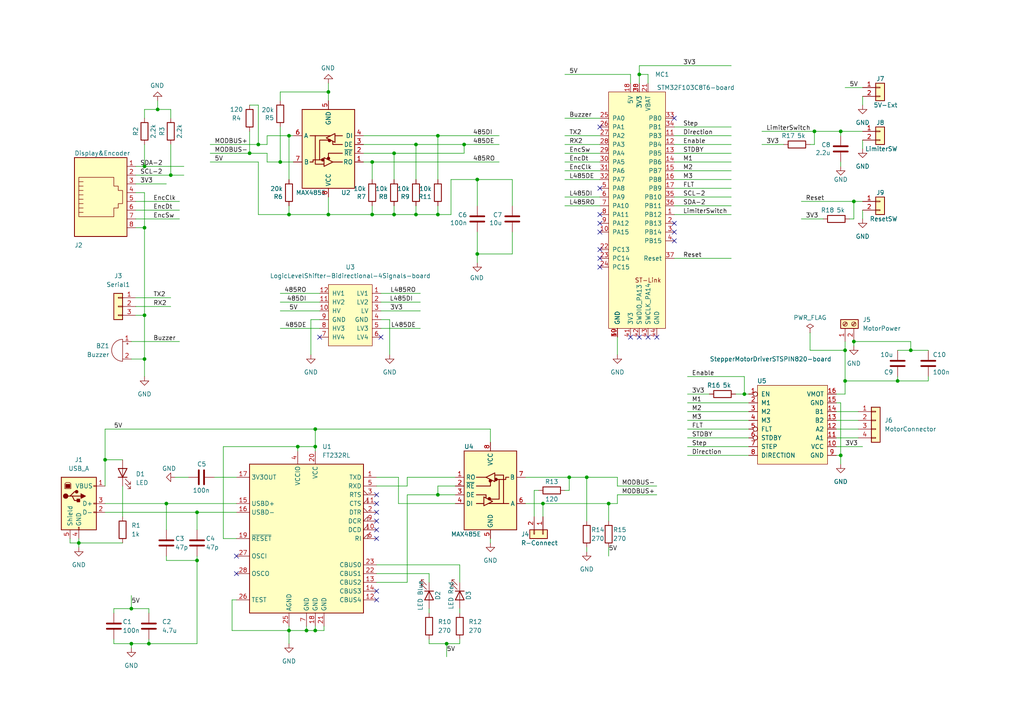
<source format=kicad_sch>
(kicad_sch (version 20230121) (generator eeschema)
  (paper "A4")
  (title_block (title "Regulus Electronic Focuser v1.1") (date "2022-02-07") (company "Radmilo Felix 2022"))
  (lib_symbols
    (symbol "Connector:RJ45" (pin_names (offset 1.016))
      (property "Reference" "J" (at -5.08 13.97 0))
      (property "Value" "RJ45" (at 2.54 13.97 0))
      (symbol "RJ45_1_1"
        (pin passive line (at 10.16 -7.62 180) (length 2.54) (name "~") (number "1"))
        (pin passive line (at 10.16 -5.08 180) (length 2.54) (name "~") (number "2"))
        (pin passive line (at 10.16 -2.54 180) (length 2.54) (name "~") (number "3"))
        (pin passive line (at 10.16 0 180) (length 2.54) (name "~") (number "4"))
        (pin passive line (at 10.16 2.54 180) (length 2.54) (name "~") (number "5"))
        (pin passive line (at 10.16 5.08 180) (length 2.54) (name "~") (number "6"))
        (pin passive line (at 10.16 7.62 180) (length 2.54) (name "~") (number "7"))
        (pin passive line (at 10.16 10.16 180) (length 2.54) (name "~") (number "8"))
      )
    )
    (symbol "Connector:Screw_Terminal_01x02" (pin_names (offset 1.016) hide)
      (property "Reference" "J" (at 0 2.54 0))
      (property "Value" "Screw_Terminal_01x02" (at 0 -5.08 0))
      (symbol "Screw_Terminal_01x02_1_1"
        (pin passive line (at -5.08 0 0) (length 3.81) (name "Pin_1") (number "1"))
        (pin passive line (at -5.08 -2.54 0) (length 3.81) (name "Pin_2") (number "2"))
      )
    )
    (symbol "Connector:USB_B" (pin_names (offset 1.016))
      (property "Reference" "J" (at -5.08 11.43 0))
      (property "Value" "USB_B" (at -5.08 8.89 0))
      (symbol "USB_B_1_1"
        (pin power_out line (at 7.62 5.08 180) (length 2.54) (name "VBUS") (number "1"))
        (pin bidirectional line (at 7.62 -2.54 180) (length 2.54) (name "D-") (number "2"))
        (pin bidirectional line (at 7.62 0 180) (length 2.54) (name "D+") (number "3"))
        (pin power_out line (at 0 -10.16 90) (length 2.54) (name "GND") (number "4"))
        (pin passive line (at -2.54 -10.16 90) (length 2.54) (name "Shield") (number "5"))
      )
    )
    (symbol "Connector_Generic:Conn_01x02" (pin_names (offset 1.016) hide)
      (property "Reference" "J" (at 0 2.54 0))
      (property "Value" "Conn_01x02" (at 0 -5.08 0))
      (symbol "Conn_01x02_1_1"
        (pin passive line (at -5.08 0 0) (length 3.81) (name "Pin_1") (number "1"))
        (pin passive line (at -5.08 -2.54 0) (length 3.81) (name "Pin_2") (number "2"))
      )
    )
    (symbol "Connector_Generic:Conn_01x03" (pin_names (offset 1.016) hide)
      (property "Reference" "J" (at 0 5.08 0))
      (property "Value" "Conn_01x03" (at 0 -5.08 0))
      (symbol "Conn_01x03_1_1"
        (pin passive line (at -5.08 2.54 0) (length 3.81) (name "Pin_1") (number "1"))
        (pin passive line (at -5.08 0 0) (length 3.81) (name "Pin_2") (number "2"))
        (pin passive line (at -5.08 -2.54 0) (length 3.81) (name "Pin_3") (number "3"))
      )
    )
    (symbol "Connector_Generic:Conn_01x04" (pin_names (offset 1.016) hide)
      (property "Reference" "J" (at 0 5.08 0))
      (property "Value" "Conn_01x04" (at 0 -7.62 0))
      (symbol "Conn_01x04_1_1"
        (pin passive line (at -5.08 2.54 0) (length 3.81) (name "Pin_1") (number "1"))
        (pin passive line (at -5.08 0 0) (length 3.81) (name "Pin_2") (number "2"))
        (pin passive line (at -5.08 -2.54 0) (length 3.81) (name "Pin_3") (number "3"))
        (pin passive line (at -5.08 -5.08 0) (length 3.81) (name "Pin_4") (number "4"))
      )
    )
    (symbol "Device:Buzzer" (pin_names (offset 0.0254) hide)
      (property "Reference" "BZ" (at 3.81 1.27 0))
      (property "Value" "Buzzer" (at 3.81 -1.27 0))
      (symbol "Buzzer_1_1"
        (pin passive line (at -2.54 2.54 0) (length 2.54) (name "-") (number "1"))
        (pin passive line (at -2.54 -2.54 0) (length 2.54) (name "+") (number "2"))
      )
    )
    (symbol "Device:C" (pin_numbers hide) (pin_names (offset 0.254))
      (property "Reference" "C" (at 0.635 2.54 0))
      (property "Value" "C" (at 0.635 -2.54 0))
      (symbol "C_1_1"
        (pin passive line (at 0 3.81 270) (length 2.794) (name "~") (number "1"))
        (pin passive line (at 0 -3.81 90) (length 2.794) (name "~") (number "2"))
      )
    )
    (symbol "Device:LED" (pin_numbers hide) (pin_names (offset 1.016) hide)
      (property "Reference" "D" (at 0 2.54 0))
      (property "Value" "LED" (at 0 -2.54 0))
      (symbol "LED_1_1"
        (pin passive line (at -3.81 0 0) (length 2.54) (name "K") (number "1"))
        (pin passive line (at 3.81 0 180) (length 2.54) (name "A") (number "2"))
      )
    )
    (symbol "Device:R" (pin_numbers hide) (pin_names (offset 0))
      (property "Reference" "R" (at 2.032 0 90))
      (property "Value" "R" (at 0 0 90))
      (symbol "R_1_1"
        (pin passive line (at 0 3.81 270) (length 1.27) (name "~") (number "1"))
        (pin passive line (at 0 -3.81 90) (length 1.27) (name "~") (number "2"))
      )
    )
    (symbol "Interface_UART:MAX485E"
      (property "Reference" "U" (at -6.096 11.43 0))
      (property "Value" "MAX485E" (at 0.762 11.43 0))
      (symbol "MAX485E_1_1"
        (pin output line (at -10.16 2.54 0) (length 2.54) (name "RO") (number "1"))
        (pin input line (at -10.16 0 0) (length 2.54) (name "~{RE}") (number "2"))
        (pin input line (at -10.16 -2.54 0) (length 2.54) (name "DE") (number "3"))
        (pin input line (at -10.16 -5.08 0) (length 2.54) (name "DI") (number "4"))
        (pin power_in line (at 0 -15.24 90) (length 2.54) (name "GND") (number "5"))
        (pin bidirectional line (at 10.16 -5.08 180) (length 2.54) (name "A") (number "6"))
        (pin bidirectional line (at 10.16 2.54 180) (length 2.54) (name "B") (number "7"))
        (pin power_in line (at 0 12.7 270) (length 2.54) (name "VCC") (number "8"))
      )
    )
    (symbol "Interface_USB:FT232RL"
      (property "Reference" "U" (at -16.51 22.86 0))
      (property "Value" "FT232RL" (at 10.16 22.86 0))
      (symbol "FT232RL_1_1"
        (pin output line (at 20.32 17.78 180) (length 3.81) (name "TXD") (number "1"))
        (pin input input_low (at 20.32 2.54 180) (length 3.81) (name "DCD") (number "10"))
        (pin input input_low (at 20.32 10.16 180) (length 3.81) (name "CTS") (number "11"))
        (pin bidirectional line (at 20.32 -17.78 180) (length 3.81) (name "CBUS4") (number "12"))
        (pin bidirectional line (at 20.32 -12.7 180) (length 3.81) (name "CBUS2") (number "13"))
        (pin bidirectional line (at 20.32 -15.24 180) (length 3.81) (name "CBUS3") (number "14"))
        (pin bidirectional line (at -20.32 10.16 0) (length 3.81) (name "USBD+") (number "15"))
        (pin bidirectional line (at -20.32 7.62 0) (length 3.81) (name "USBD-") (number "16"))
        (pin power_out line (at -20.32 17.78 0) (length 3.81) (name "3V3OUT") (number "17"))
        (pin power_in line (at 2.54 -25.4 90) (length 3.81) (name "GND") (number "18"))
        (pin input line (at -20.32 0 0) (length 3.81) (name "~{RESET}") (number "19"))
        (pin output output_low (at 20.32 7.62 180) (length 3.81) (name "DTR") (number "2"))
        (pin power_in line (at 2.54 25.4 270) (length 3.81) (name "VCC") (number "20"))
        (pin power_in line (at 5.08 -25.4 90) (length 3.81) (name "GND") (number "21"))
        (pin bidirectional line (at 20.32 -10.16 180) (length 3.81) (name "CBUS1") (number "22"))
        (pin bidirectional line (at 20.32 -7.62 180) (length 3.81) (name "CBUS0") (number "23"))
        (pin power_in line (at -5.08 -25.4 90) (length 3.81) (name "AGND") (number "25"))
        (pin input line (at -20.32 -17.78 0) (length 3.81) (name "TEST") (number "26"))
        (pin input line (at -20.32 -5.08 0) (length 3.81) (name "OSCI") (number "27"))
        (pin output line (at -20.32 -10.16 0) (length 3.81) (name "OSCO") (number "28"))
        (pin output output_low (at 20.32 12.7 180) (length 3.81) (name "RTS") (number "3"))
        (pin power_in line (at -2.54 25.4 270) (length 3.81) (name "VCCIO") (number "4"))
        (pin input line (at 20.32 15.24 180) (length 3.81) (name "RXD") (number "5"))
        (pin input input_low (at 20.32 0 180) (length 3.81) (name "RI") (number "6"))
        (pin power_in line (at 0 -25.4 90) (length 3.81) (name "GND") (number "7"))
        (pin input input_low (at 20.32 5.08 180) (length 3.81) (name "DCR") (number "9"))
      )
    )
    (symbol "MyCustom:LogicLevelShifter-Bidirectional-4Signals-board" (pin_names (offset 1.016))
      (property "Reference" "U" (at 3.81 -8.89 0))
      (property "Value" "LogicLevelShifter-Bidirectional-4Signals-board" (at 2.54 11.43 0))
      (symbol "LogicLevelShifter-Bidirectional-4Signals-board_1_1"
        (pin bidirectional line (at -10.16 7.62 0) (length 2.54) (name "LV1") (number "1"))
        (pin power_in line (at 7.62 2.54 180) (length 2.54) (name "HV") (number "10"))
        (pin bidirectional line (at 7.62 5.08 180) (length 2.54) (name "HV2") (number "11"))
        (pin bidirectional line (at 7.62 7.62 180) (length 2.54) (name "HV1") (number "12"))
        (pin bidirectional line (at -10.16 5.08 0) (length 2.54) (name "LV2") (number "2"))
        (pin power_in line (at -10.16 2.54 0) (length 2.54) (name "LV") (number "3"))
        (pin power_in line (at -10.16 0 0) (length 2.54) (name "GND") (number "4"))
        (pin bidirectional line (at -10.16 -2.54 0) (length 2.54) (name "LV3") (number "5"))
        (pin bidirectional line (at -10.16 -5.08 0) (length 2.54) (name "LV4") (number "6"))
        (pin bidirectional line (at 7.62 -5.08 180) (length 2.54) (name "HV4") (number "7"))
        (pin bidirectional line (at 7.62 -2.54 180) (length 2.54) (name "HV3") (number "8"))
        (pin power_in line (at 7.62 0 180) (length 2.54) (name "GND") (number "9"))
      )
    )
    (symbol "MyCustom:STM32F103C8T6-board" (pin_names (offset 1.016))
      (property "Reference" "MC" (at -12.7 -38.1 0))
      (property "Value" "STM32F103C8T6-board" (at -20.32 30.48 0))
      (symbol "STM32F103C8T6-board_0_0"
        (text "ST-Link" (at 2.54 -24.13 0) (effects (font (size 1.27 1.27))))
      )
      (symbol "STM32F103C8T6-board_1_1"
        (pin bidirectional line (at 10.16 -5.08 180) (length 2.54) (name "PB12") (number "1"))
        (pin bidirectional line (at -11.43 -10.16 0) (length 2.54) (name "PA15") (number "10"))
        (pin bidirectional line (at 10.16 17.78 180) (length 2.54) (name "PB3") (number "11"))
        (pin bidirectional line (at 10.16 15.24 180) (length 2.54) (name "PB4") (number "12"))
        (pin bidirectional line (at 10.16 12.7 180) (length 2.54) (name "PB5") (number "13"))
        (pin bidirectional line (at 10.16 10.16 180) (length 2.54) (name "PB6") (number "14"))
        (pin bidirectional line (at 10.16 7.62 180) (length 2.54) (name "PB7") (number "15"))
        (pin bidirectional line (at 10.16 5.08 180) (length 2.54) (name "PB8") (number "16"))
        (pin bidirectional line (at 10.16 2.54 180) (length 2.54) (name "PB9") (number "17"))
        (pin power_in line (at -2.54 33.02 270) (length 2.54) (name "5V") (number "18"))
        (pin power_in line (at -6.35 -40.64 90) (length 2.54) (name "GND") (number "19"))
        (pin bidirectional line (at 10.16 -7.62 180) (length 2.54) (name "PB13") (number "2"))
        (pin power_out line (at 0 33.02 270) (length 2.54) (name "3V3") (number "20"))
        (pin power_in line (at 2.54 33.02 270) (length 2.54) (name "VBAT") (number "21"))
        (pin bidirectional line (at -11.43 -15.24 0) (length 2.54) (name "PC13") (number "22"))
        (pin bidirectional line (at -11.43 -17.78 0) (length 2.54) (name "PC14") (number "23"))
        (pin bidirectional line (at -11.43 -20.32 0) (length 2.54) (name "PC15") (number "24"))
        (pin bidirectional line (at -11.43 22.86 0) (length 2.54) (name "PA0") (number "25"))
        (pin bidirectional line (at -11.43 20.32 0) (length 2.54) (name "PA1") (number "26"))
        (pin bidirectional line (at -11.43 17.78 0) (length 2.54) (name "PA2") (number "27"))
        (pin bidirectional line (at -11.43 15.24 0) (length 2.54) (name "PA3") (number "28"))
        (pin bidirectional line (at -11.43 12.7 0) (length 2.54) (name "PA4") (number "29"))
        (pin bidirectional line (at 10.16 -10.16 180) (length 2.54) (name "PB14") (number "3"))
        (pin bidirectional line (at -11.43 10.16 0) (length 2.54) (name "PA5") (number "30"))
        (pin bidirectional line (at -11.43 7.62 0) (length 2.54) (name "PA6") (number "31"))
        (pin bidirectional line (at -11.43 5.08 0) (length 2.54) (name "PA7") (number "32"))
        (pin bidirectional line (at 10.16 22.86 180) (length 2.54) (name "PB0") (number "33"))
        (pin bidirectional line (at 10.16 20.32 180) (length 2.54) (name "PB1") (number "34"))
        (pin bidirectional line (at 10.16 0 180) (length 2.54) (name "PB10") (number "35"))
        (pin bidirectional line (at 10.16 -2.54 180) (length 2.54) (name "PB11") (number "36"))
        (pin input line (at 10.16 -17.78 180) (length 2.54) (name "Reset") (number "37"))
        (pin passive line (at 0 33.02 270) (length 2.54) (name "3V3") (number "38"))
        (pin power_in line (at -6.35 -40.64 90) (length 2.54) (name "GND") (number "39"))
        (pin bidirectional line (at 10.16 -12.7 180) (length 2.54) (name "PB15") (number "4"))
        (pin power_in line (at -6.35 -40.64 90) (length 2.54) (name "GND") (number "40"))
        (pin power_in line (at -2.54 -40.64 90) (length 2.54) (name "3V3") (number "41"))
        (pin bidirectional line (at 0 -40.64 90) (length 2.54) (name "SWDIO_PA13") (number "42"))
        (pin bidirectional line (at 2.54 -40.64 90) (length 2.54) (name "SWCLK_PA14") (number "43"))
        (pin power_in line (at 5.08 -40.64 90) (length 2.54) (name "GND") (number "44"))
        (pin bidirectional line (at -11.43 2.54 0) (length 2.54) (name "PA8") (number "5"))
        (pin bidirectional line (at -11.43 0 0) (length 2.54) (name "PA9") (number "6"))
        (pin bidirectional line (at -11.43 -2.54 0) (length 2.54) (name "PA10") (number "7"))
        (pin bidirectional line (at -11.43 -5.08 0) (length 2.54) (name "PA11") (number "8"))
        (pin bidirectional line (at -11.43 -7.62 0) (length 2.54) (name "PA12") (number "9"))
      )
    )
    (symbol "MyCustom:StepperMotorDriverSTSPIN820-board" (pin_names (offset 1.016))
      (property "Reference" "U" (at -8.89 12.7 0))
      (property "Value" "StepperMotorDriverSTSPIN820-board" (at 7.62 -12.7 0))
      (symbol "StepperMotorDriverSTSPIN820-board_1_1"
        (pin input inverted (at -12.7 8.89 0) (length 2.54) (name "EN") (number "1"))
        (pin power_in line (at 12.7 -6.35 180) (length 2.54) (name "VCC") (number "10"))
        (pin output line (at 12.7 -3.81 180) (length 2.54) (name "A1") (number "11"))
        (pin output line (at 12.7 -1.27 180) (length 2.54) (name "A2") (number "12"))
        (pin output line (at 12.7 1.27 180) (length 2.54) (name "B2") (number "13"))
        (pin output line (at 12.7 3.81 180) (length 2.54) (name "B1") (number "14"))
        (pin power_in line (at 12.7 6.35 180) (length 2.54) (name "GND") (number "15"))
        (pin power_in line (at 12.7 8.89 180) (length 2.54) (name "VMOT") (number "16"))
        (pin input line (at -12.7 6.35 0) (length 2.54) (name "M1") (number "2"))
        (pin input line (at -12.7 3.81 0) (length 2.54) (name "M2") (number "3"))
        (pin input line (at -12.7 1.27 0) (length 2.54) (name "M3") (number "4"))
        (pin input inverted (at -12.7 -1.27 0) (length 2.54) (name "FLT") (number "5"))
        (pin input inverted (at -12.7 -3.81 0) (length 2.54) (name "STDBY") (number "6"))
        (pin input line (at -12.7 -6.35 0) (length 2.54) (name "STEP") (number "7"))
        (pin input line (at -12.7 -8.89 0) (length 2.54) (name "DIRECTION") (number "8"))
        (pin power_in line (at 12.7 -8.89 180) (length 2.54) (name "GND") (number "9"))
      )
    )
    (symbol "power:GND" (power) (pin_names (offset 0))
      (property "Value" "GND" (at 0 -3.81 0))
      (symbol "GND_1_1"
        (pin power_in line (at 0 0 270) (length 0) hide (name "GND") (number "1"))
      )
    )
    (symbol "power:PWR_FLAG" (power) (pin_numbers hide) (pin_names (offset 0) hide)
      (property "Value" "PWR_FLAG" (at 0 3.81 0))
      (symbol "PWR_FLAG_0_0"
        (pin power_out line (at 0 0 90) (length 0) (name "pwr") (number "1"))
      )
    )
  )
  (junction (at 41.91 66.04))
  (junction (at 48.26 146.05))
  (junction (at 57.15 162.56))
  (junction (at 243.84 132.08))
  (junction (at 38.1 186.69))
  (junction (at 95.25 26.67))
  (junction (at 114.3 62.23))
  (junction (at 91.44 182.88))
  (junction (at 243.84 38.1))
  (junction (at 41.91 104.14))
  (junction (at 95.25 62.23))
  (junction (at 138.43 52.07))
  (junction (at 38.1 176.53))
  (junction (at 88.9 182.88))
  (junction (at 83.82 62.23))
  (junction (at 120.65 41.91))
  (junction (at 245.11 101.6))
  (junction (at 165.1 138.43))
  (junction (at 41.91 91.44))
  (junction (at 260.35 110.49))
  (junction (at 45.72 31.75))
  (junction (at 81.28 46.99))
  (junction (at 236.22 38.1))
  (junction (at 134.62 41.91))
  (junction (at 22.86 157.48))
  (junction (at 247.65 99.06))
  (junction (at 157.48 146.05))
  (junction (at 129.54 186.69))
  (junction (at 57.15 148.59))
  (junction (at 176.53 146.05))
  (junction (at 114.3 44.45))
  (junction (at 138.43 73.66))
  (junction (at 83.82 182.88))
  (junction (at 127 39.37))
  (junction (at 41.91 48.26))
  (junction (at 49.53 50.8))
  (junction (at 86.36 129.54))
  (junction (at 107.95 46.99))
  (junction (at 107.95 62.23))
  (junction (at 74.93 41.91))
  (junction (at 83.82 39.37))
  (junction (at 91.44 124.46))
  (junction (at 72.39 44.45))
  (junction (at 170.18 138.43))
  (junction (at 245.11 110.49))
  (junction (at 215.9 114.3))
  (junction (at 127 62.23))
  (junction (at 127 143.51))
  (junction (at 43.18 186.69))
  (junction (at 120.65 62.23))
  (junction (at 185.42 21.59))
  (junction (at 264.16 101.6))
  (junction (at 247.65 58.42))
  (junction (at 91.44 129.54))
  (junction (at 30.48 133.35))
  (no_connect (at 110.49 97.79))
  (no_connect (at 92.71 97.79))
  (no_connect (at 109.22 171.45))
  (no_connect (at 109.22 173.99))
  (no_connect (at 68.58 161.29))
  (no_connect (at 68.58 166.37))
  (no_connect (at 109.22 143.51))
  (no_connect (at 109.22 146.05))
  (no_connect (at 109.22 156.21))
  (no_connect (at 109.22 148.59))
  (no_connect (at 109.22 151.13))
  (no_connect (at 109.22 153.67))
  (no_connect (at 182.88 97.79))
  (no_connect (at 185.42 97.79))
  (no_connect (at 187.96 97.79))
  (no_connect (at 190.5 97.79))
  (no_connect (at 195.58 34.29))
  (no_connect (at 173.99 54.61))
  (no_connect (at 195.58 64.77))
  (no_connect (at 195.58 67.31))
  (no_connect (at 195.58 69.85))
  (no_connect (at 173.99 36.83))
  (no_connect (at 173.99 64.77))
  (no_connect (at 173.99 62.23))
  (no_connect (at 173.99 77.47))
  (no_connect (at 173.99 72.39))
  (no_connect (at 173.99 74.93))
  (no_connect (at 173.99 67.31))
  (wire (pts (xy 163.83 49.53) (xy 173.99 49.53)))
  (wire (pts (xy 195.58 52.07) (xy 212.09 52.07)))
  (wire (pts (xy 74.93 30.48) (xy 74.93 41.91)))
  (wire (pts (xy 199.39 121.92) (xy 217.17 121.92)))
  (wire (pts (xy 33.02 176.53) (xy 38.1 176.53)))
  (wire (pts (xy 93.98 182.88) (xy 91.44 182.88)))
  (wire (pts (xy 39.37 55.88) (xy 41.91 55.88)))
  (wire (pts (xy 195.58 54.61) (xy 212.09 54.61)))
  (wire (pts (xy 30.48 133.35) (xy 30.48 140.97)))
  (wire (pts (xy 163.83 39.37) (xy 173.99 39.37)))
  (wire (pts (xy 148.59 67.31) (xy 148.59 73.66)))
  (wire (pts (xy 154.94 142.24) (xy 154.94 149.86)))
  (wire (pts (xy 114.3 44.45) (xy 105.41 44.45)))
  (wire (pts (xy 195.58 46.99) (xy 212.09 46.99)))
  (wire (pts (xy 179.07 140.97) (xy 179.07 138.43)))
  (wire (pts (xy 41.91 31.75) (xy 45.72 31.75)))
  (wire (pts (xy 163.83 59.69) (xy 173.99 59.69)))
  (wire (pts (xy 163.83 44.45) (xy 173.99 44.45)))
  (wire (pts (xy 124.46 166.37) (xy 109.22 166.37)))
  (wire (pts (xy 39.37 63.5) (xy 52.07 63.5)))
  (wire (pts (xy 39.37 48.26) (xy 41.91 48.26)))
  (wire (pts (xy 64.77 156.21) (xy 64.77 129.54)))
  (wire (pts (xy 118.11 143.51) (xy 118.11 168.91)))
  (wire (pts (xy 39.37 88.9) (xy 49.53 88.9)))
  (wire (pts (xy 195.58 44.45) (xy 212.09 44.45)))
  (wire (pts (xy 236.22 38.1) (xy 243.84 38.1)))
  (wire (pts (xy 114.3 62.23) (xy 120.65 62.23)))
  (wire (pts (xy 157.48 146.05) (xy 176.53 146.05)))
  (wire (pts (xy 148.59 52.07) (xy 138.43 52.07)))
  (wire (pts (xy 121.92 87.63) (xy 110.49 87.63)))
  (wire (pts (xy 220.98 41.91) (xy 227.33 41.91)))
  (wire (pts (xy 30.48 124.46) (xy 30.48 133.35)))
  (wire (pts (xy 74.93 62.23) (xy 83.82 62.23)))
  (wire (pts (xy 245.11 114.3) (xy 242.57 114.3)))
  (wire (pts (xy 109.22 138.43) (xy 115.57 138.43)))
  (wire (pts (xy 199.39 119.38) (xy 217.17 119.38)))
  (wire (pts (xy 121.92 95.25) (xy 110.49 95.25)))
  (wire (pts (xy 190.5 143.51) (xy 179.07 143.51)))
  (wire (pts (xy 120.65 41.91) (xy 105.41 41.91)))
  (wire (pts (xy 170.18 138.43) (xy 165.1 138.43)))
  (wire (pts (xy 48.26 146.05) (xy 68.58 146.05)))
  (wire (pts (xy 124.46 176.53) (xy 124.46 177.8)))
  (wire (pts (xy 163.83 41.91) (xy 173.99 41.91)))
  (wire (pts (xy 38.1 172.72) (xy 38.1 176.53)))
  (wire (pts (xy 30.48 148.59) (xy 57.15 148.59)))
  (wire (pts (xy 269.24 110.49) (xy 260.35 110.49)))
  (wire (pts (xy 179.07 143.51) (xy 179.07 146.05)))
  (wire (pts (xy 247.65 99.06) (xy 264.16 99.06)))
  (wire (pts (xy 39.37 58.42) (xy 52.07 58.42)))
  (wire (pts (xy 124.46 185.42) (xy 124.46 186.69)))
  (wire (pts (xy 107.95 46.99) (xy 105.41 46.99)))
  (wire (pts (xy 199.39 124.46) (xy 217.17 124.46)))
  (wire (pts (xy 41.91 109.22) (xy 41.91 104.14)))
  (wire (pts (xy 142.24 124.46) (xy 91.44 124.46)))
  (wire (pts (xy 133.35 163.83) (xy 133.35 168.91)))
  (wire (pts (xy 38.1 186.69) (xy 43.18 186.69)))
  (wire (pts (xy 170.18 158.75) (xy 170.18 160.02)))
  (wire (pts (xy 176.53 146.05) (xy 179.07 146.05)))
  (wire (pts (xy 134.62 41.91) (xy 120.65 41.91)))
  (wire (pts (xy 68.58 156.21) (xy 64.77 156.21)))
  (wire (pts (xy 22.86 156.21) (xy 22.86 157.48)))
  (wire (pts (xy 22.86 157.48) (xy 35.56 157.48)))
  (wire (pts (xy 243.84 46.99) (xy 243.84 48.26)))
  (wire (pts (xy 242.57 124.46) (xy 248.92 124.46)))
  (wire (pts (xy 121.92 90.17) (xy 110.49 90.17)))
  (wire (pts (xy 163.83 34.29) (xy 173.99 34.29)))
  (wire (pts (xy 72.39 44.45) (xy 77.47 44.45)))
  (wire (pts (xy 199.39 127) (xy 217.17 127)))
  (wire (pts (xy 195.58 41.91) (xy 212.09 41.91)))
  (wire (pts (xy 95.25 24.13) (xy 95.25 26.67)))
  (wire (pts (xy 109.22 163.83) (xy 133.35 163.83)))
  (wire (pts (xy 41.91 55.88) (xy 41.91 66.04)))
  (wire (pts (xy 130.81 52.07) (xy 130.81 62.23)))
  (wire (pts (xy 77.47 46.99) (xy 77.47 44.45)))
  (wire (pts (xy 64.77 129.54) (xy 86.36 129.54)))
  (wire (pts (xy 124.46 186.69) (xy 129.54 186.69)))
  (wire (pts (xy 129.54 186.69) (xy 133.35 186.69)))
  (wire (pts (xy 232.41 63.5) (xy 238.76 63.5)))
  (wire (pts (xy 95.25 26.67) (xy 95.25 29.21)))
  (wire (pts (xy 118.11 138.43) (xy 132.08 138.43)))
  (wire (pts (xy 245.11 25.4) (xy 250.19 25.4)))
  (wire (pts (xy 85.09 39.37) (xy 83.82 39.37)))
  (wire (pts (xy 107.95 59.69) (xy 107.95 62.23)))
  (wire (pts (xy 247.65 63.5) (xy 247.65 58.42)))
  (wire (pts (xy 132.08 143.51) (xy 127 143.51)))
  (wire (pts (xy 83.82 62.23) (xy 95.25 62.23)))
  (wire (pts (xy 109.22 140.97) (xy 118.11 140.97)))
  (wire (pts (xy 144.78 41.91) (xy 134.62 41.91)))
  (wire (pts (xy 90.17 102.87) (xy 90.17 92.71)))
  (wire (pts (xy 45.72 31.75) (xy 45.72 29.21)))
  (wire (pts (xy 35.56 140.97) (xy 35.56 149.86)))
  (wire (pts (xy 90.17 92.71) (xy 92.71 92.71)))
  (wire (pts (xy 115.57 146.05) (xy 132.08 146.05)))
  (wire (pts (xy 127 39.37) (xy 105.41 39.37)))
  (wire (pts (xy 187.96 21.59) (xy 185.42 21.59)))
  (wire (pts (xy 124.46 168.91) (xy 124.46 166.37)))
  (wire (pts (xy 91.44 182.88) (xy 88.9 182.88)))
  (wire (pts (xy 41.91 66.04) (xy 41.91 91.44)))
  (wire (pts (xy 95.25 57.15) (xy 95.25 62.23)))
  (wire (pts (xy 74.93 46.99) (xy 74.93 62.23)))
  (wire (pts (xy 118.11 140.97) (xy 118.11 138.43)))
  (wire (pts (xy 247.65 99.06) (xy 247.65 100.33)))
  (wire (pts (xy 170.18 138.43) (xy 170.18 151.13)))
  (wire (pts (xy 48.26 161.29) (xy 48.26 162.56)))
  (wire (pts (xy 57.15 148.59) (xy 68.58 148.59)))
  (wire (pts (xy 60.96 44.45) (xy 72.39 44.45)))
  (wire (pts (xy 157.48 146.05) (xy 157.48 149.86)))
  (wire (pts (xy 243.84 132.08) (xy 243.84 134.62)))
  (wire (pts (xy 38.1 176.53) (xy 43.18 176.53)))
  (wire (pts (xy 195.58 74.93) (xy 212.09 74.93)))
  (wire (pts (xy 83.82 59.69) (xy 83.82 62.23)))
  (wire (pts (xy 138.43 59.69) (xy 138.43 52.07)))
  (wire (pts (xy 85.09 46.99) (xy 81.28 46.99)))
  (wire (pts (xy 88.9 182.88) (xy 83.82 182.88)))
  (wire (pts (xy 92.71 85.09) (xy 81.28 85.09)))
  (wire (pts (xy 264.16 99.06) (xy 264.16 101.6)))
  (wire (pts (xy 115.57 138.43) (xy 115.57 146.05)))
  (wire (pts (xy 195.58 39.37) (xy 212.09 39.37)))
  (wire (pts (xy 43.18 176.53) (xy 43.18 177.8)))
  (wire (pts (xy 54.61 138.43) (xy 50.8 138.43)))
  (wire (pts (xy 195.58 59.69) (xy 212.09 59.69)))
  (wire (pts (xy 144.78 46.99) (xy 107.95 46.99)))
  (wire (pts (xy 264.16 101.6) (xy 269.24 101.6)))
  (wire (pts (xy 92.71 95.25) (xy 81.28 95.25)))
  (wire (pts (xy 242.57 127) (xy 248.92 127)))
  (wire (pts (xy 127 59.69) (xy 127 62.23)))
  (wire (pts (xy 247.65 58.42) (xy 250.19 58.42)))
  (wire (pts (xy 163.83 46.99) (xy 173.99 46.99)))
  (wire (pts (xy 215.9 109.22) (xy 215.9 114.3)))
  (wire (pts (xy 134.62 44.45) (xy 114.3 44.45)))
  (wire (pts (xy 33.02 177.8) (xy 33.02 176.53)))
  (wire (pts (xy 43.18 186.69) (xy 43.18 185.42)))
  (wire (pts (xy 199.39 114.3) (xy 205.74 114.3)))
  (wire (pts (xy 81.28 29.21) (xy 81.28 26.67)))
  (wire (pts (xy 232.41 58.42) (xy 247.65 58.42)))
  (wire (pts (xy 182.88 21.59) (xy 182.88 24.13)))
  (wire (pts (xy 48.26 146.05) (xy 48.26 153.67)))
  (wire (pts (xy 127 52.07) (xy 127 39.37)))
  (wire (pts (xy 176.53 146.05) (xy 176.53 151.13)))
  (wire (pts (xy 57.15 148.59) (xy 57.15 153.67)))
  (wire (pts (xy 107.95 52.07) (xy 107.95 46.99)))
  (wire (pts (xy 245.11 101.6) (xy 245.11 110.49)))
  (wire (pts (xy 242.57 121.92) (xy 248.92 121.92)))
  (wire (pts (xy 199.39 109.22) (xy 215.9 109.22)))
  (wire (pts (xy 83.82 39.37) (xy 77.47 39.37)))
  (wire (pts (xy 20.32 157.48) (xy 22.86 157.48)))
  (wire (pts (xy 93.98 181.61) (xy 93.98 182.88)))
  (wire (pts (xy 243.84 116.84) (xy 243.84 132.08)))
  (wire (pts (xy 195.58 62.23) (xy 212.09 62.23)))
  (wire (pts (xy 57.15 162.56) (xy 57.15 186.69)))
  (wire (pts (xy 39.37 53.34) (xy 48.26 53.34)))
  (wire (pts (xy 130.81 52.07) (xy 138.43 52.07)))
  (wire (pts (xy 83.82 52.07) (xy 83.82 39.37)))
  (wire (pts (xy 152.4 138.43) (xy 165.1 138.43)))
  (wire (pts (xy 95.25 62.23) (xy 107.95 62.23)))
  (wire (pts (xy 130.81 62.23) (xy 127 62.23)))
  (wire (pts (xy 57.15 186.69) (xy 43.18 186.69)))
  (wire (pts (xy 30.48 133.35) (xy 35.56 133.35)))
  (wire (pts (xy 245.11 110.49) (xy 245.11 114.3)))
  (wire (pts (xy 142.24 156.21) (xy 142.24 157.48)))
  (wire (pts (xy 38.1 99.06) (xy 52.07 99.06)))
  (wire (pts (xy 91.44 129.54) (xy 91.44 130.81)))
  (wire (pts (xy 127 140.97) (xy 127 143.51)))
  (wire (pts (xy 152.4 146.05) (xy 157.48 146.05)))
  (wire (pts (xy 199.39 129.54) (xy 217.17 129.54)))
  (wire (pts (xy 49.53 41.91) (xy 49.53 50.8)))
  (wire (pts (xy 33.02 186.69) (xy 38.1 186.69)))
  (wire (pts (xy 132.08 140.97) (xy 127 140.97)))
  (wire (pts (xy 199.39 116.84) (xy 217.17 116.84)))
  (wire (pts (xy 62.23 138.43) (xy 68.58 138.43)))
  (wire (pts (xy 41.91 41.91) (xy 41.91 48.26)))
  (wire (pts (xy 49.53 31.75) (xy 45.72 31.75)))
  (wire (pts (xy 195.58 49.53) (xy 212.09 49.53)))
  (wire (pts (xy 242.57 119.38) (xy 248.92 119.38)))
  (wire (pts (xy 39.37 66.04) (xy 41.91 66.04)))
  (wire (pts (xy 72.39 38.1) (xy 72.39 44.45)))
  (wire (pts (xy 250.19 129.54) (xy 242.57 129.54)))
  (wire (pts (xy 92.71 90.17) (xy 81.28 90.17)))
  (wire (pts (xy 91.44 181.61) (xy 91.44 182.88)))
  (wire (pts (xy 68.58 173.99) (xy 67.31 173.99)))
  (wire (pts (xy 30.48 146.05) (xy 48.26 146.05)))
  (wire (pts (xy 148.59 59.69) (xy 148.59 52.07)))
  (wire (pts (xy 60.96 41.91) (xy 74.93 41.91)))
  (wire (pts (xy 163.83 57.15) (xy 173.99 57.15)))
  (wire (pts (xy 234.95 101.6) (xy 245.11 101.6)))
  (wire (pts (xy 120.65 52.07) (xy 120.65 41.91)))
  (wire (pts (xy 86.36 129.54) (xy 91.44 129.54)))
  (wire (pts (xy 39.37 60.96) (xy 52.07 60.96)))
  (wire (pts (xy 30.48 124.46) (xy 91.44 124.46)))
  (wire (pts (xy 121.92 85.09) (xy 110.49 85.09)))
  (wire (pts (xy 81.28 36.83) (xy 81.28 46.99)))
  (wire (pts (xy 246.38 63.5) (xy 247.65 63.5)))
  (wire (pts (xy 83.82 182.88) (xy 83.82 186.69)))
  (wire (pts (xy 234.95 41.91) (xy 236.22 41.91)))
  (wire (pts (xy 133.35 186.69) (xy 133.35 185.42)))
  (wire (pts (xy 114.3 59.69) (xy 114.3 62.23)))
  (wire (pts (xy 260.35 110.49) (xy 245.11 110.49)))
  (wire (pts (xy 86.36 129.54) (xy 86.36 130.81)))
  (wire (pts (xy 38.1 186.69) (xy 38.1 187.96)))
  (wire (pts (xy 250.19 40.64) (xy 250.19 43.18)))
  (wire (pts (xy 41.91 48.26) (xy 53.34 48.26)))
  (wire (pts (xy 120.65 59.69) (xy 120.65 62.23)))
  (wire (pts (xy 39.37 91.44) (xy 41.91 91.44)))
  (wire (pts (xy 187.96 24.13) (xy 187.96 21.59)))
  (wire (pts (xy 242.57 132.08) (xy 243.84 132.08)))
  (wire (pts (xy 142.24 124.46) (xy 142.24 128.27)))
  (wire (pts (xy 179.07 97.79) (xy 179.07 102.87)))
  (wire (pts (xy 195.58 57.15) (xy 212.09 57.15)))
  (wire (pts (xy 113.03 92.71) (xy 110.49 92.71)))
  (wire (pts (xy 215.9 114.3) (xy 217.17 114.3)))
  (wire (pts (xy 41.91 34.29) (xy 41.91 31.75)))
  (wire (pts (xy 120.65 62.23) (xy 127 62.23)))
  (wire (pts (xy 234.95 96.52) (xy 234.95 101.6)))
  (wire (pts (xy 81.28 46.99) (xy 77.47 46.99)))
  (wire (pts (xy 243.84 38.1) (xy 250.19 38.1)))
  (wire (pts (xy 129.54 186.69) (xy 129.54 190.5)))
  (wire (pts (xy 60.96 46.99) (xy 74.93 46.99)))
  (wire (pts (xy 269.24 109.22) (xy 269.24 110.49)))
  (wire (pts (xy 67.31 173.99) (xy 67.31 182.88)))
  (wire (pts (xy 22.86 157.48) (xy 22.86 158.75)))
  (wire (pts (xy 220.98 38.1) (xy 236.22 38.1)))
  (wire (pts (xy 113.03 102.87) (xy 113.03 92.71)))
  (wire (pts (xy 138.43 67.31) (xy 138.43 73.66)))
  (wire (pts (xy 48.26 162.56) (xy 57.15 162.56)))
  (wire (pts (xy 213.36 114.3) (xy 215.9 114.3)))
  (wire (pts (xy 176.53 158.75) (xy 176.53 161.29)))
  (wire (pts (xy 39.37 50.8) (xy 49.53 50.8)))
  (wire (pts (xy 72.39 30.48) (xy 74.93 30.48)))
  (wire (pts (xy 92.71 87.63) (xy 81.28 87.63)))
  (wire (pts (xy 163.83 21.59) (xy 182.88 21.59)))
  (wire (pts (xy 148.59 73.66) (xy 138.43 73.66)))
  (wire (pts (xy 127 143.51) (xy 118.11 143.51)))
  (wire (pts (xy 67.31 182.88) (xy 83.82 182.88)))
  (wire (pts (xy 81.28 26.67) (xy 95.25 26.67)))
  (wire (pts (xy 165.1 142.24) (xy 165.1 138.43)))
  (wire (pts (xy 163.83 52.07) (xy 173.99 52.07)))
  (wire (pts (xy 199.39 132.08) (xy 217.17 132.08)))
  (wire (pts (xy 250.19 60.96) (xy 250.19 63.5)))
  (wire (pts (xy 185.42 19.05) (xy 212.09 19.05)))
  (wire (pts (xy 83.82 182.88) (xy 83.82 181.61)))
  (wire (pts (xy 260.35 109.22) (xy 260.35 110.49)))
  (wire (pts (xy 138.43 76.2) (xy 138.43 73.66)))
  (wire (pts (xy 134.62 41.91) (xy 134.62 44.45)))
  (wire (pts (xy 114.3 52.07) (xy 114.3 44.45)))
  (wire (pts (xy 185.42 24.13) (xy 185.42 21.59)))
  (wire (pts (xy 144.78 39.37) (xy 127 39.37)))
  (wire (pts (xy 250.19 27.94) (xy 250.19 30.48)))
  (wire (pts (xy 163.83 142.24) (xy 165.1 142.24)))
  (wire (pts (xy 39.37 86.36) (xy 49.53 86.36)))
  (wire (pts (xy 91.44 124.46) (xy 91.44 129.54)))
  (wire (pts (xy 41.91 91.44) (xy 41.91 104.14)))
  (wire (pts (xy 179.07 138.43) (xy 170.18 138.43)))
  (wire (pts (xy 88.9 181.61) (xy 88.9 182.88)))
  (wire (pts (xy 245.11 99.06) (xy 245.11 101.6)))
  (wire (pts (xy 107.95 62.23) (xy 114.3 62.23)))
  (wire (pts (xy 260.35 101.6) (xy 264.16 101.6)))
  (wire (pts (xy 156.21 142.24) (xy 154.94 142.24)))
  (wire (pts (xy 118.11 168.91) (xy 109.22 168.91)))
  (wire (pts (xy 33.02 185.42) (xy 33.02 186.69)))
  (wire (pts (xy 195.58 36.83) (xy 212.09 36.83)))
  (wire (pts (xy 133.35 176.53) (xy 133.35 177.8)))
  (wire (pts (xy 242.57 116.84) (xy 243.84 116.84)))
  (wire (pts (xy 41.91 104.14) (xy 38.1 104.14)))
  (wire (pts (xy 185.42 21.59) (xy 185.42 19.05)))
  (wire (pts (xy 20.32 156.21) (xy 20.32 157.48)))
  (wire (pts (xy 49.53 34.29) (xy 49.53 31.75)))
  (wire (pts (xy 49.53 50.8) (xy 53.34 50.8)))
  (wire (pts (xy 57.15 161.29) (xy 57.15 162.56)))
  (wire (pts (xy 74.93 41.91) (xy 77.47 41.91)))
  (wire (pts (xy 243.84 38.1) (xy 243.84 39.37)))
  (wire (pts (xy 190.5 140.97) (xy 179.07 140.97)))
  (wire (pts (xy 236.22 41.91) (xy 236.22 38.1)))
  (wire (pts (xy 77.47 39.37) (xy 77.47 41.91)))
  (label "3V3" (at 200.66 114.3 0))
  (label "MODBUS+" (at 180.34 143.51 0))
  (label "L485DE" (at 120.65 95.25 180))
  (label "TX2" (at 44.45 86.36 0))
  (label "EncDt" (at 165.1 46.99 0))
  (label "M3" (at 200.66 121.92 0))
  (label "3V3" (at 245.11 129.54 0))
  (label "L485DE" (at 165.1 52.07 0))
  (label "5V" (at 176.53 160.02 0))
  (label "FLT" (at 198.12 54.61 0))
  (label "L485RO" (at 165.1 59.69 0))
  (label "M1" (at 198.12 46.99 0))
  (label "Enable" (at 198.12 41.91 0))
  (label "485DI" (at 88.9 87.63 180))
  (label "485RO" (at 88.9 85.09 180))
  (label "SCL-2" (at 40.64 50.8 0))
  (label "M1" (at 200.66 116.84 0))
  (label "SCL-2" (at 198.12 57.15 0))
  (label "5V" (at 38.1 175.26 0))
  (label "L485DI" (at 165.1 57.15 0))
  (label "STDBY" (at 198.12 44.45 0))
  (label "EncClk" (at 44.45 58.42 0))
  (label "485DE" (at 137.16 41.91 0))
  (label "Step" (at 200.66 129.54 0))
  (label "3V3" (at 233.68 63.5 0))
  (label "M3" (at 198.12 52.07 0))
  (label "RX2" (at 165.1 41.91 0))
  (label "RX2" (at 44.45 88.9 0))
  (label "FLT" (at 200.66 124.46 0))
  (label "L485RO" (at 120.65 85.09 180))
  (label "L485DI" (at 113.03 87.63 0))
  (label "SDA-2" (at 198.12 59.69 0))
  (label "Enable" (at 200.66 109.22 0))
  (label "3V3" (at 222.25 41.91 0))
  (label "STDBY" (at 200.66 127 0))
  (label "485DE" (at 88.9 95.25 180))
  (label "485RO" (at 137.16 46.99 0))
  (label "EncSw" (at 44.45 63.5 0))
  (label "5V" (at 165.1 21.59 0))
  (label "LimiterSwitch" (at 198.12 62.23 0))
  (label "5V" (at 62.23 46.99 0))
  (label "EncDt" (at 44.45 60.96 0))
  (label "3V3" (at 116.84 90.17 180))
  (label "Reset" (at 198.12 74.93 0))
  (label "5V" (at 129.54 189.23 0))
  (label "Buzzer" (at 165.1 34.29 0))
  (label "TX2" (at 165.1 39.37 0))
  (label "3V3" (at 198.12 19.05 0))
  (label "LimiterSwitch" (at 222.25 38.1 0))
  (label "Reset" (at 233.68 58.42 0))
  (label "EncSw" (at 165.1 44.45 0))
  (label "5V" (at 246.38 25.4 0))
  (label "MODBUS-" (at 62.23 44.45 0))
  (label "Buzzer" (at 44.45 99.06 0))
  (label "5V" (at 33.02 124.46 0))
  (label "5V" (at 86.36 90.17 180))
  (label "Direction" (at 200.66 132.08 0))
  (label "SDA-2" (at 40.64 48.26 0))
  (label "EncClk" (at 165.1 49.53 0))
  (label "485DI" (at 137.16 39.37 0))
  (label "M2" (at 200.66 119.38 0))
  (label "3V3" (at 40.64 53.34 0))
  (label "MODBUS+" (at 62.23 41.91 0))
  (label "MODBUS-" (at 180.34 140.97 0))
  (label "M2" (at 198.12 49.53 0))
  (label "Direction" (at 198.12 39.37 0))
  (label "Step" (at 198.12 36.83 0))
  (symbol (lib_id "Device:R") (at 133.35 181.61 0) (unit 1)
    (property "Reference" "R12" (at 135.89 180.3399 0) (effects (justify left)))
    (property "Value" "270" (at 135.89 182.8799 0) (effects (justify left)))
    (property "Footprint" "Resistor_SMD:R_1206_3216Metric" (effects hide))
    (property "LCSC" "C25366" (effects hide))
  )
  (symbol (lib_id "Connector:RJ45") (at 29.21 55.88 0) (mirror x) (unit 1)
    (property "Reference" "J2" (at 21.59 71.12 0) (effects (justify left)))
    (property "Value" "Display&Encoder" (at 21.59 44.45 0) (effects (justify left)))
    (property "Footprint" "Connector_RJ:RJ45_Amphenol_54602-x08_Horizontal" (effects hide))
  )
  (symbol (lib_id "Connector:USB_B") (at 22.86 146.05 0) (unit 1)
    (property "Reference" "J1" (at 22.86 133.35 0))
    (property "Value" "USB_A" (at 22.86 135.89 0))
    (property "Footprint" "Connector_USB:USB_B_Lumberg_2411_02_Horizontal" (effects hide))
    (property "Datasheet" " ~" (effects hide))
  )
  (symbol (lib_id "MyCustom:STM32F103C8T6-board") (at 185.42 57.15 0) (unit 1)
    (property "Reference" "MC1" (at 189.9794 21.59 0) (effects (justify left)))
    (property "Value" "STM32F103C8T6-board" (at 190.5 25.4 0) (effects (justify left)))
    (property "Footprint" "MyCustom:STM32F103C8T6" (effects hide))
  )
  (symbol (lib_id "power:GND") (at 138.43 76.2 0) (mirror y) (unit 1)
    (property "Reference" "#PWR010" (effects hide))
    (property "Value" "GND" (at 138.303 80.5942 0))
  )
  (symbol (lib_id "Device:C") (at 269.24 105.41 0) (unit 1)
    (property "Reference" "C10" (at 270.51 102.87 0) (effects (justify left)))
    (property "Value" "100n" (at 270.51 107.95 0) (effects (justify left)))
    (property "Footprint" "Capacitor_SMD:C_0805_2012Metric" (effects hide))
    (property "LCSC" "C49678" (effects hide))
  )
  (symbol (lib_id "MyCustom:StepperMotorDriverSTSPIN820-board") (at 229.87 123.19 0) (unit 1)
    (property "Reference" "U5" (at 220.98 110.49 0))
    (property "Value" "StepperMotorDriverSTSPIN820-board" (at 223.52 104.14 0))
    (property "Footprint" "MyCustom:StepperMotorDriverSTSPIN820" (effects hide))
  )
  (symbol (lib_id "Device:R") (at 242.57 63.5 90) (unit 1)
    (property "Reference" "R18" (at 240.03 60.96 90))
    (property "Value" "5k" (at 243.84 60.96 90))
    (property "Footprint" "Resistor_SMD:R_1206_3216Metric" (effects hide))
    (property "LCSC" "C327044" (effects hide))
  )
  (symbol (lib_id "Device:C") (at 148.59 63.5 0) (mirror y) (unit 1)
    (property "Reference" "C7" (at 145.669 62.3316 0) (effects (justify left)))
    (property "Value" "10u" (at 145.669 64.643 0) (effects (justify left)))
    (property "Footprint" "Capacitor_Tantalum_SMD:CP_EIA-3528-21_Kemet-B" (effects hide))
    (property "LCSC" "C140404" (effects hide))
  )
  (symbol (lib_id "Device:R") (at 72.39 34.29 180) (unit 1)
    (property "Reference" "R4" (at 68.58 34.29 0))
    (property "Value" "120" (at 68.58 31.75 0))
    (property "Footprint" "Resistor_SMD:R_1206_3216Metric" (effects hide))
    (property "LCSC" "C175512" (effects hide))
  )
  (symbol (lib_id "Device:R") (at 120.65 55.88 180) (unit 1)
    (property "Reference" "R9" (at 118.872 57.0484 0) (effects (justify left)))
    (property "Value" "10k" (at 118.872 54.737 0) (effects (justify left)))
    (property "Footprint" "Resistor_SMD:R_1206_3216Metric" (effects hide))
    (property "LCSC" "C269766" (effects hide))
  )
  (symbol (lib_id "Device:R") (at 176.53 154.94 0) (unit 1)
    (property "Reference" "R15" (at 177.8 153.67 0) (effects (justify left)))
    (property "Value" "270" (at 177.8 156.21 0) (effects (justify left)))
    (property "Footprint" "Resistor_SMD:R_1206_3216Metric" (effects hide))
    (property "LCSC" "C25366" (effects hide))
  )
  (symbol (lib_id "power:GND") (at 179.07 102.87 0) (unit 1)
    (property "Reference" "#PWR013" (effects hide))
    (property "Value" "GND" (at 179.07 107.95 0))
  )
  (symbol (lib_id "Device:R") (at 114.3 55.88 180) (unit 1)
    (property "Reference" "R8" (at 112.522 57.0484 0) (effects (justify left)))
    (property "Value" "10k" (at 112.522 54.737 0) (effects (justify left)))
    (property "Footprint" "Resistor_SMD:R_1206_3216Metric" (effects hide))
    (property "LCSC" "C269766" (effects hide))
  )
  (symbol (lib_id "Device:R") (at 41.91 38.1 180) (unit 1)
    (property "Reference" "R2" (at 39.37 38.1 90))
    (property "Value" "2.2k" (at 44.45 38.1 90))
    (property "Footprint" "Resistor_SMD:R_1206_3216Metric" (effects hide))
    (property "LCSC" "C325909" (effects hide))
  )
  (symbol (lib_id "power:GND") (at 142.24 157.48 0) (unit 1)
    (property "Reference" "#PWR011" (effects hide))
    (property "Value" "GND" (at 142.24 162.56 0))
  )
  (symbol (lib_id "MyCustom:LogicLevelShifter-Bidirectional-4Signals-board") (at 100.33 92.71 0) (mirror y) (unit 1)
    (property "Reference" "U3" (at 101.6 77.47 0))
    (property "Value" "LogicLevelShifter-Bidirectional-4Signals-board" (at 101.6 80.01 0))
    (property "Footprint" "MyCustom:LogicLevelShifter_Bidirectional_4Signals" (effects hide))
  )
  (symbol (lib_id "Device:R") (at 127 55.88 180) (unit 1)
    (property "Reference" "R11" (at 125.222 57.0484 0) (effects (justify left)))
    (property "Value" "10k" (at 125.222 54.737 0) (effects (justify left)))
    (property "Footprint" "Resistor_SMD:R_1206_3216Metric" (effects hide))
    (property "LCSC" "C269766" (effects hide))
  )
  (symbol (lib_id "Device:C") (at 57.15 157.48 0) (unit 1)
    (property "Reference" "C4" (at 59.69 156.21 0) (effects (justify left)))
    (property "Value" "47p" (at 59.69 158.75 0) (effects (justify left)))
    (property "Footprint" "Capacitor_SMD:C_0805_2012Metric" (effects hide))
    (property "LCSC" "C14857" (effects hide))
  )
  (symbol (lib_id "Interface_UART:MAX485E") (at 142.24 140.97 0) (unit 1)
    (property "Reference" "U4" (at 134.62 129.54 0) (effects (justify left)))
    (property "Value" "MAX485E" (at 130.81 154.94 0) (effects (justify left)))
    (property "Footprint" "Package_SO:SOIC-8_3.9x4.9mm_P1.27mm" (effects hide))
    (property "Datasheet" "https://datasheets.maximintegrated.com/en/ds/MAX1487E-MAX491E.pdf" (effects hide))
    (property "LCSC" "C19738" (effects hide))
  )
  (symbol (lib_id "Device:C") (at 138.43 63.5 0) (mirror y) (unit 1)
    (property "Reference" "C6" (at 135.509 62.3316 0) (effects (justify left)))
    (property "Value" "100n" (at 135.509 64.643 0) (effects (justify left)))
    (property "Footprint" "Capacitor_SMD:C_0805_2012Metric" (effects hide))
    (property "LCSC" "C49678" (effects hide))
  )
  (symbol (lib_id "Connector_Generic:Conn_01x03") (at 34.29 88.9 0) (mirror y) (unit 1)
    (property "Reference" "J3" (at 34.29 80.01 0))
    (property "Value" "Serial1" (at 34.29 82.55 0))
    (property "Footprint" "Connector_PinHeader_2.54mm:PinHeader_1x03_P2.54mm_Vertical" (effects hide))
  )
  (symbol (lib_id "power:GND") (at 41.91 109.22 0) (mirror y) (unit 1)
    (property "Reference" "#PWR03" (effects hide))
    (property "Value" "GND" (at 41.91 114.3 0))
  )
  (symbol (lib_id "power:GND") (at 250.19 63.5 0) (unit 1)
    (property "Reference" "#PWR019" (effects hide))
    (property "Value" "GND" (at 250.19 68.58 0))
  )
  (symbol (lib_id "power:PWR_FLAG") (at 234.95 96.52 0) (mirror y) (unit 1)
    (property "Reference" "#FLG01" (effects hide))
    (property "Value" "PWR_FLAG" (at 234.95 92.1258 0))
  )
  (symbol (lib_id "Device:R") (at 170.18 154.94 0) (unit 1)
    (property "Reference" "R14" (at 171.45 153.67 0) (effects (justify left)))
    (property "Value" "270" (at 171.45 156.21 0) (effects (justify left)))
    (property "Footprint" "Resistor_SMD:R_1206_3216Metric" (effects hide))
    (property "LCSC" "C25366" (effects hide))
  )
  (symbol (lib_id "Connector_Generic:Conn_01x02") (at 255.27 25.4 0) (unit 1)
    (property "Reference" "J7" (at 256.54 22.86 0) (effects (justify right)))
    (property "Value" "5V-Ext" (at 260.35 30.48 0) (effects (justify right)))
    (property "Footprint" "Connector_PinHeader_2.54mm:PinHeader_1x02_P2.54mm_Vertical" (effects hide))
  )
  (symbol (lib_id "Device:R") (at 35.56 153.67 0) (unit 1)
    (property "Reference" "R1" (at 38.1 152.3999 0) (effects (justify left)))
    (property "Value" "1k" (at 38.1 154.9399 0) (effects (justify left)))
    (property "Footprint" "Resistor_SMD:R_1206_3216Metric" (effects hide))
    (property "LCSC" "C136873" (effects hide))
  )
  (symbol (lib_id "Device:C") (at 260.35 105.41 180) (unit 1)
    (property "Reference" "C9" (at 259.08 107.95 0) (effects (justify left)))
    (property "Value" "10u" (at 259.08 102.87 0) (effects (justify left)))
    (property "Footprint" "Capacitor_Tantalum_SMD:CP_EIA-3528-21_Kemet-B" (effects hide))
    (property "LCSC" "C140404" (effects hide))
  )
  (symbol (lib_id "Connector_Generic:Conn_01x02") (at 255.27 58.42 0) (unit 1)
    (property "Reference" "J9" (at 256.54 55.88 0) (effects (justify right)))
    (property "Value" "ResetSW" (at 260.35 63.5 0) (effects (justify right)))
    (property "Footprint" "Connector_PinHeader_2.54mm:PinHeader_1x02_P2.54mm_Vertical" (effects hide))
  )
  (symbol (lib_id "Device:R") (at 81.28 33.02 180) (unit 1)
    (property "Reference" "R5" (at 79.502 34.1884 0) (effects (justify left)))
    (property "Value" "20k" (at 79.502 31.877 0) (effects (justify left)))
    (property "Footprint" "Resistor_SMD:R_1206_3216Metric" (effects hide))
    (property "LCSC" "C18003" (effects hide))
  )
  (symbol (lib_id "Device:Buzzer") (at 35.56 101.6 0) (mirror y) (unit 1)
    (property "Reference" "BZ1" (at 31.75 100.3299 0) (effects (justify left)))
    (property "Value" "Buzzer" (at 31.75 102.8699 0) (effects (justify left)))
    (property "Footprint" "MyCustom:Buzzer-HSD-4pin" (effects hide))
  )
  (symbol (lib_id "power:GND") (at 38.1 187.96 0) (unit 1)
    (property "Reference" "#PWR02" (effects hide))
    (property "Value" "GND" (at 38.1 193.04 0))
  )
  (symbol (lib_id "Connector_Generic:Conn_01x02") (at 255.27 38.1 0) (unit 1)
    (property "Reference" "J8" (at 256.54 35.56 0) (effects (justify right)))
    (property "Value" "LimiterSW" (at 260.35 43.18 0) (effects (justify right)))
    (property "Footprint" "Connector_PinHeader_2.54mm:PinHeader_1x02_P2.54mm_Vertical" (effects hide))
  )
  (symbol (lib_id "power:GND") (at 243.84 134.62 0) (unit 1)
    (property "Reference" "#PWR015" (effects hide))
    (property "Value" "GND" (at 243.84 139.7 0))
  )
  (symbol (lib_id "Connector_Generic:Conn_01x02") (at 157.48 154.94 270) (unit 1)
    (property "Reference" "J4" (at 151.13 154.94 90) (effects (justify left)))
    (property "Value" "R-Connect" (at 151.13 157.48 90) (effects (justify left)))
    (property "Footprint" "Connector_PinHeader_2.54mm:PinHeader_1x02_P2.54mm_Vertical" (effects hide))
  )
  (symbol (lib_id "power:GND") (at 243.84 48.26 0) (unit 1)
    (property "Reference" "#PWR014" (effects hide))
    (property "Value" "GND" (at 243.84 52.07 0))
  )
  (symbol (lib_id "Device:C") (at 58.42 138.43 270) (unit 1)
    (property "Reference" "C5" (at 57.15 134.62 90) (effects (justify left)))
    (property "Value" "100n" (at 55.88 142.24 90) (effects (justify left)))
    (property "Footprint" "Capacitor_SMD:C_0805_2012Metric" (effects hide))
    (property "LCSC" "C49678" (effects hide))
  )
  (symbol (lib_id "power:GND") (at 113.03 102.87 0) (mirror y) (unit 1)
    (property "Reference" "#PWR09" (effects hide))
    (property "Value" "GND" (at 113.03 107.95 0))
  )
  (symbol (lib_id "power:GND") (at 247.65 100.33 0) (unit 1)
    (property "Reference" "#PWR016" (effects hide))
    (property "Value" "GND" (at 247.65 105.41 0))
  )
  (symbol (lib_id "Device:LED") (at 133.35 172.72 270) (unit 1)
    (property "Reference" "D3" (at 135.89 172.72 0))
    (property "Value" "LED Red" (at 130.81 172.72 0))
    (property "Footprint" "LED_SMD:LED_0603_1608Metric" (effects hide))
    (property "LCSC" "C2286" (effects hide))
  )
  (symbol (lib_id "Connector_Generic:Conn_01x04") (at 254 121.92 0) (unit 1)
    (property "Reference" "J6" (at 256.54 121.9199 0) (effects (justify left)))
    (property "Value" "MotorConnector" (at 256.54 124.4599 0) (effects (justify left)))
    (property "Footprint" "Connector_PinHeader_2.54mm:PinHeader_1x04_P2.54mm_Vertical" (effects hide))
  )
  (symbol (lib_id "Connector:Screw_Terminal_01x02") (at 245.11 93.98 90) (unit 1)
    (property "Reference" "J5" (at 250.19 92.7099 90) (effects (justify right)))
    (property "Value" "MotorPower" (at 250.19 95.2499 90) (effects (justify right)))
    (property "Footprint" "MyCustom:TerminalBlock_PTR_AKZ950-2_P5.08mm_Vertical" (effects hide))
  )
  (symbol (lib_id "power:GND") (at 170.18 160.02 0) (unit 1)
    (property "Reference" "#PWR012" (effects hide))
    (property "Value" "GND" (at 170.18 165.1 0))
  )
  (symbol (lib_id "Device:C") (at 48.26 157.48 0) (unit 1)
    (property "Reference" "C3" (at 50.8 156.21 0) (effects (justify left)))
    (property "Value" "47p" (at 50.8 158.75 0) (effects (justify left)))
    (property "Footprint" "Capacitor_SMD:C_0805_2012Metric" (effects hide))
    (property "LCSC" "C14857" (effects hide))
  )
  (symbol (lib_id "power:GND") (at 50.8 138.43 270) (unit 1)
    (property "Reference" "#PWR05" (effects hide))
    (property "Value" "GND" (at 46.99 135.89 90) (effects (justify left)))
  )
  (symbol (lib_id "Device:R") (at 124.46 181.61 0) (unit 1)
    (property "Reference" "R10" (at 127 180.3399 0) (effects (justify left)))
    (property "Value" "270" (at 127 182.8799 0) (effects (justify left)))
    (property "Footprint" "Resistor_SMD:R_1206_3216Metric" (effects hide))
    (property "LCSC" "C25366" (effects hide))
  )
  (symbol (lib_id "Device:C") (at 43.18 181.61 0) (unit 1)
    (property "Reference" "C2" (at 46.99 180.3399 0) (effects (justify left)))
    (property "Value" "4.7u" (at 46.99 182.8799 0) (effects (justify left)))
    (property "Footprint" "Capacitor_SMD:C_0805_2012Metric" (effects hide))
    (property "LCSC" "C1779" (effects hide))
  )
  (symbol (lib_id "Device:R") (at 160.02 142.24 90) (unit 1)
    (property "Reference" "R13" (at 160.02 139.7 90))
    (property "Value" "120" (at 160.02 144.78 90))
    (property "Footprint" "Resistor_SMD:R_1206_3216Metric" (effects hide))
    (property "LCSC" "C175512" (effects hide))
  )
  (symbol (lib_id "power:GND") (at 45.72 29.21 180) (unit 1)
    (property "Reference" "#PWR04" (effects hide))
    (property "Value" "GND" (at 45.593 24.8158 0))
  )
  (symbol (lib_id "Device:R") (at 231.14 41.91 90) (unit 1)
    (property "Reference" "R17" (at 228.6 39.37 90))
    (property "Value" "5k" (at 232.41 39.37 90))
    (property "Footprint" "Resistor_SMD:R_1206_3216Metric" (effects hide))
    (property "LCSC" "C327044" (effects hide))
  )
  (symbol (lib_id "Device:R") (at 107.95 55.88 180) (unit 1)
    (property "Reference" "R7" (at 106.172 57.0484 0) (effects (justify left)))
    (property "Value" "10k" (at 106.172 54.737 0) (effects (justify left)))
    (property "Footprint" "Resistor_SMD:R_1206_3216Metric" (effects hide))
    (property "LCSC" "C269766" (effects hide))
  )
  (symbol (lib_id "power:GND") (at 22.86 158.75 0) (unit 1)
    (property "Reference" "#PWR01" (effects hide))
    (property "Value" "GND" (at 22.86 163.83 0))
  )
  (symbol (lib_id "Device:LED") (at 35.56 137.16 90) (unit 1)
    (property "Reference" "D1" (at 39.37 137.4774 90) (effects (justify right)))
    (property "Value" "LED" (at 39.37 140.0174 90) (effects (justify right)))
    (property "Footprint" "LED_SMD:LED_1206_3216Metric" (effects hide))
    (property "LCSC" "C84270" (effects hide))
  )
  (symbol (lib_id "Interface_USB:FT232RL") (at 88.9 156.21 0) (unit 1)
    (property "Reference" "U1" (at 93.4594 129.54 0) (effects (justify left)))
    (property "Value" "FT232RL" (at 93.4594 132.08 0) (effects (justify left)))
    (property "Footprint" "Package_SO:SSOP-28_5.3x10.2mm_P0.65mm" (effects hide))
    (property "Datasheet" "https://www.ftdichip.com/Support/Documents/DataSheets/ICs/DS_FT232R.pdf" (effects hide))
    (property "LCSC" "C8690" (effects hide))
  )
  (symbol (lib_id "Device:R") (at 49.53 38.1 180) (unit 1)
    (property "Reference" "R3" (at 46.99 38.1 90))
    (property "Value" "2.2k" (at 52.07 38.1 90))
    (property "Footprint" "Resistor_SMD:R_1206_3216Metric" (effects hide))
    (property "LCSC" "C325909" (effects hide))
  )
  (symbol (lib_id "power:GND") (at 250.19 30.48 0) (unit 1)
    (property "Reference" "#PWR017" (effects hide))
    (property "Value" "GND" (at 250.19 35.56 0))
  )
  (symbol (lib_id "power:GND") (at 83.82 186.69 0) (unit 1)
    (property "Reference" "#PWR06" (effects hide))
    (property "Value" "GND" (at 83.82 191.77 0))
  )
  (symbol (lib_id "Device:C") (at 33.02 181.61 0) (unit 1)
    (property "Reference" "C1" (at 35.56 180.34 0) (effects (justify left)))
    (property "Value" "100n" (at 35.56 182.88 0) (effects (justify left)))
    (property "Footprint" "Capacitor_SMD:C_0805_2012Metric" (effects hide))
    (property "LCSC" "C49678" (effects hide))
  )
  (symbol (lib_id "power:GND") (at 95.25 24.13 180) (unit 1)
    (property "Reference" "#PWR08" (effects hide))
    (property "Value" "GND" (at 95.123 19.7358 0))
  )
  (symbol (lib_id "Device:R") (at 83.82 55.88 180) (unit 1)
    (property "Reference" "R6" (at 82.042 57.0484 0) (effects (justify left)))
    (property "Value" "20k" (at 82.042 54.737 0) (effects (justify left)))
    (property "Footprint" "Resistor_SMD:R_1206_3216Metric" (effects hide))
    (property "LCSC" "C18003" (effects hide))
  )
  (symbol (lib_id "power:GND") (at 250.19 43.18 0) (unit 1)
    (property "Reference" "#PWR018" (effects hide))
    (property "Value" "GND" (at 250.19 48.26 0))
  )
  (symbol (lib_id "Device:R") (at 209.55 114.3 90) (unit 1)
    (property "Reference" "R16" (at 207.01 111.76 90))
    (property "Value" "5k" (at 210.82 111.76 90))
    (property "Footprint" "Resistor_SMD:R_1206_3216Metric" (effects hide))
    (property "LCSC" "C327044" (effects hide))
  )
  (symbol (lib_id "Interface_UART:MAX485E") (at 95.25 44.45 180) (unit 1)
    (property "Reference" "U2" (at 100.33 55.88 0))
    (property "Value" "MAX485E" (at 90.17 55.88 0))
    (property "Footprint" "Package_SO:SOIC-8_3.9x4.9mm_P1.27mm" (effects hide))
    (property "Datasheet" "https://datasheets.maximintegrated.com/en/ds/MAX1487E-MAX491E.pdf" (effects hide))
    (property "LCSC" "C19738" (effects hide))
  )
  (symbol (lib_id "power:GND") (at 90.17 102.87 0) (mirror y) (unit 1)
    (property "Reference" "#PWR07" (effects hide))
    (property "Value" "GND" (at 90.17 107.95 0))
  )
  (symbol (lib_id "Device:C") (at 243.84 43.18 0) (mirror y) (unit 1)
    (property "Reference" "C8" (at 240.919 42.0116 0) (effects (justify left)))
    (property "Value" "2.2u" (at 240.919 44.323 0) (effects (justify left)))
    (property "Footprint" "Capacitor_SMD:C_0805_2012Metric" (effects hide))
    (property "LCSC" "C49217" (effects hide))
  )
  (symbol (lib_id "Device:LED") (at 124.46 172.72 270) (unit 1)
    (property "Reference" "D2" (at 127 172.72 0))
    (property "Value" "LED Blue" (at 121.92 172.72 0))
    (property "Footprint" "LED_SMD:LED_0603_1608Metric" (effects hide))
    (property "LCSC" "C84266" (effects hide))
  )
)
</source>
